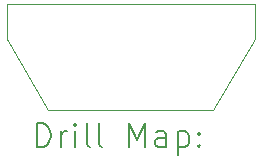
<source format=gbr>
%TF.GenerationSoftware,KiCad,Pcbnew,8.0.9*%
%TF.CreationDate,2026-01-03T01:42:26+09:00*%
%TF.ProjectId,Display,44697370-6c61-4792-9e6b-696361645f70,rev?*%
%TF.SameCoordinates,Original*%
%TF.FileFunction,Drillmap*%
%TF.FilePolarity,Positive*%
%FSLAX45Y45*%
G04 Gerber Fmt 4.5, Leading zero omitted, Abs format (unit mm)*
G04 Created by KiCad (PCBNEW 8.0.9) date 2026-01-03 01:42:26*
%MOMM*%
%LPD*%
G01*
G04 APERTURE LIST*
%ADD10C,0.050000*%
%ADD11C,0.200000*%
G04 APERTURE END LIST*
D10*
X15700000Y-10400000D02*
X16050000Y-9800000D01*
X16050000Y-9800000D02*
X16050000Y-9500000D01*
X13950000Y-9500000D02*
X16050000Y-9500000D01*
X13950000Y-9500000D02*
X13950000Y-9800000D01*
X14300000Y-10400000D02*
X13950000Y-9800000D01*
X14300000Y-10400000D02*
X15700000Y-10400000D01*
D11*
X14208277Y-10713984D02*
X14208277Y-10513984D01*
X14208277Y-10513984D02*
X14255896Y-10513984D01*
X14255896Y-10513984D02*
X14284467Y-10523508D01*
X14284467Y-10523508D02*
X14303515Y-10542555D01*
X14303515Y-10542555D02*
X14313039Y-10561603D01*
X14313039Y-10561603D02*
X14322562Y-10599698D01*
X14322562Y-10599698D02*
X14322562Y-10628270D01*
X14322562Y-10628270D02*
X14313039Y-10666365D01*
X14313039Y-10666365D02*
X14303515Y-10685412D01*
X14303515Y-10685412D02*
X14284467Y-10704460D01*
X14284467Y-10704460D02*
X14255896Y-10713984D01*
X14255896Y-10713984D02*
X14208277Y-10713984D01*
X14408277Y-10713984D02*
X14408277Y-10580650D01*
X14408277Y-10618746D02*
X14417801Y-10599698D01*
X14417801Y-10599698D02*
X14427324Y-10590174D01*
X14427324Y-10590174D02*
X14446372Y-10580650D01*
X14446372Y-10580650D02*
X14465420Y-10580650D01*
X14532086Y-10713984D02*
X14532086Y-10580650D01*
X14532086Y-10513984D02*
X14522562Y-10523508D01*
X14522562Y-10523508D02*
X14532086Y-10533031D01*
X14532086Y-10533031D02*
X14541610Y-10523508D01*
X14541610Y-10523508D02*
X14532086Y-10513984D01*
X14532086Y-10513984D02*
X14532086Y-10533031D01*
X14655896Y-10713984D02*
X14636848Y-10704460D01*
X14636848Y-10704460D02*
X14627324Y-10685412D01*
X14627324Y-10685412D02*
X14627324Y-10513984D01*
X14760658Y-10713984D02*
X14741610Y-10704460D01*
X14741610Y-10704460D02*
X14732086Y-10685412D01*
X14732086Y-10685412D02*
X14732086Y-10513984D01*
X14989229Y-10713984D02*
X14989229Y-10513984D01*
X14989229Y-10513984D02*
X15055896Y-10656841D01*
X15055896Y-10656841D02*
X15122562Y-10513984D01*
X15122562Y-10513984D02*
X15122562Y-10713984D01*
X15303515Y-10713984D02*
X15303515Y-10609222D01*
X15303515Y-10609222D02*
X15293991Y-10590174D01*
X15293991Y-10590174D02*
X15274943Y-10580650D01*
X15274943Y-10580650D02*
X15236848Y-10580650D01*
X15236848Y-10580650D02*
X15217801Y-10590174D01*
X15303515Y-10704460D02*
X15284467Y-10713984D01*
X15284467Y-10713984D02*
X15236848Y-10713984D01*
X15236848Y-10713984D02*
X15217801Y-10704460D01*
X15217801Y-10704460D02*
X15208277Y-10685412D01*
X15208277Y-10685412D02*
X15208277Y-10666365D01*
X15208277Y-10666365D02*
X15217801Y-10647317D01*
X15217801Y-10647317D02*
X15236848Y-10637793D01*
X15236848Y-10637793D02*
X15284467Y-10637793D01*
X15284467Y-10637793D02*
X15303515Y-10628270D01*
X15398753Y-10580650D02*
X15398753Y-10780650D01*
X15398753Y-10590174D02*
X15417801Y-10580650D01*
X15417801Y-10580650D02*
X15455896Y-10580650D01*
X15455896Y-10580650D02*
X15474943Y-10590174D01*
X15474943Y-10590174D02*
X15484467Y-10599698D01*
X15484467Y-10599698D02*
X15493991Y-10618746D01*
X15493991Y-10618746D02*
X15493991Y-10675889D01*
X15493991Y-10675889D02*
X15484467Y-10694936D01*
X15484467Y-10694936D02*
X15474943Y-10704460D01*
X15474943Y-10704460D02*
X15455896Y-10713984D01*
X15455896Y-10713984D02*
X15417801Y-10713984D01*
X15417801Y-10713984D02*
X15398753Y-10704460D01*
X15579705Y-10694936D02*
X15589229Y-10704460D01*
X15589229Y-10704460D02*
X15579705Y-10713984D01*
X15579705Y-10713984D02*
X15570182Y-10704460D01*
X15570182Y-10704460D02*
X15579705Y-10694936D01*
X15579705Y-10694936D02*
X15579705Y-10713984D01*
X15579705Y-10590174D02*
X15589229Y-10599698D01*
X15589229Y-10599698D02*
X15579705Y-10609222D01*
X15579705Y-10609222D02*
X15570182Y-10599698D01*
X15570182Y-10599698D02*
X15579705Y-10590174D01*
X15579705Y-10590174D02*
X15579705Y-10609222D01*
M02*

</source>
